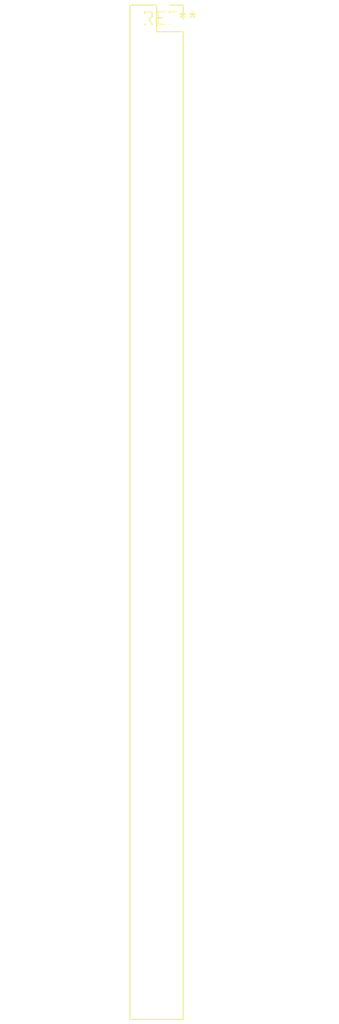
<source format=kicad_pcb>
(kicad_pcb (version 20240108) (generator pcbnew)
  (layers (0 "F.Cu" signal) (31 "B.Cu" signal) (34 "B.Paste" user) (35 "F.Paste" user) (36 "B.SilkS" user "B.Silkscreen") (37 "F.SilkS" user "F.Silkscreen") (38 "B.Mask" user) (39 "F.Mask" user) (44 "Edge.Cuts" user))
  (net 0 "")
  (footprint "PinSocket_2x39_P2.54mm_Vertical" (layer "F.Cu") (at 0 0)
    (property "Reference" "REF**")
    (property "Value" "PinSocket_2x39_P2.54mm_Vertical")
    (fp_line (start -3.87 -1.33) (end -3.87 97.85) (layer "F.SilkS") (stroke (width 0.12)))
    (fp_line (start -3.87 -1.33) (end -1.27 -1.33) (layer "F.SilkS") (stroke (width 0.12)))
    (fp_line (start -3.87 97.85) (end 1.33 97.85) (layer "F.SilkS") (stroke (width 0.12)))
    (fp_line (start -1.27 -1.33) (end -1.27 1.27) (layer "F.SilkS") (stroke (width 0.12)))
    (fp_line (start -1.27 1.27) (end 1.33 1.27) (layer "F.SilkS") (stroke (width 0.12)))
    (fp_line (start 0 -1.33) (end 1.33 -1.33) (layer "F.SilkS") (stroke (width 0.12)))
    (fp_line (start 1.33 -1.33) (end 1.33 0) (layer "F.SilkS") (stroke (width 0.12)))
    (fp_line (start 1.33 1.27) (end 1.33 97.85) (layer "F.SilkS") (stroke (width 0.12)))
    (pad "1" thru_hole rect (at 0 0) (size 1.7 1.7) (drill 1) (layers *.Cu *.Mask) (remove_unused_layers))
    (pad "2" thru_hole oval (at -2.54 0) (size 1.7 1.7) (drill 1) (layers *.Cu *.Mask) (remove_unused_layers))
    (pad "3" thru_hole oval (at 0 2.54) (size 1.7 1.7) (drill 1) (layers *.Cu *.Mask) (remove_unused_layers))
    (pad "4" thru_hole oval (at -2.54 2.54) (size 1.7 1.7) (drill 1) (layers *.Cu *.Mask) (remove_unused_layers))
    (pad "5" thru_hole oval (at 0 5.08) (size 1.7 1.7) (drill 1) (layers *.Cu *.Mask) (remove_unused_layers))
    (pad "6" thru_hole oval (at -2.54 5.08) (size 1.7 1.7) (drill 1) (layers *.Cu *.Mask) (remove_unused_layers))
    (pad "7" thru_hole oval (at 0 7.62) (size 1.7 1.7) (drill 1) (layers *.Cu *.Mask) (remove_unused_layers))
    (pad "8" thru_hole oval (at -2.54 7.62) (size 1.7 1.7) (drill 1) (layers *.Cu *.Mask) (remove_unused_layers))
    (pad "9" thru_hole oval (at 0 10.16) (size 1.7 1.7) (drill 1) (layers *.Cu *.Mask) (remove_unused_layers))
    (pad "10" thru_hole oval (at -2.54 10.16) (size 1.7 1.7) (drill 1) (layers *.Cu *.Mask) (remove_unused_layers))
    (pad "11" thru_hole oval (at 0 12.7) (size 1.7 1.7) (drill 1) (layers *.Cu *.Mask) (remove_unused_layers))
    (pad "12" thru_hole oval (at -2.54 12.7) (size 1.7 1.7) (drill 1) (layers *.Cu *.Mask) (remove_unused_layers))
    (pad "13" thru_hole oval (at 0 15.24) (size 1.7 1.7) (drill 1) (layers *.Cu *.Mask) (remove_unused_layers))
    (pad "14" thru_hole oval (at -2.54 15.24) (size 1.7 1.7) (drill 1) (layers *.Cu *.Mask) (remove_unused_layers))
    (pad "15" thru_hole oval (at 0 17.78) (size 1.7 1.7) (drill 1) (layers *.Cu *.Mask) (remove_unused_layers))
    (pad "16" thru_hole oval (at -2.54 17.78) (size 1.7 1.7) (drill 1) (layers *.Cu *.Mask) (remove_unused_layers))
    (pad "17" thru_hole oval (at 0 20.32) (size 1.7 1.7) (drill 1) (layers *.Cu *.Mask) (remove_unused_layers))
    (pad "18" thru_hole oval (at -2.54 20.32) (size 1.7 1.7) (drill 1) (layers *.Cu *.Mask) (remove_unused_layers))
    (pad "19" thru_hole oval (at 0 22.86) (size 1.7 1.7) (drill 1) (layers *.Cu *.Mask) (remove_unused_layers))
    (pad "20" thru_hole oval (at -2.54 22.86) (size 1.7 1.7) (drill 1) (layers *.Cu *.Mask) (remove_unused_layers))
    (pad "21" thru_hole oval (at 0 25.4) (size 1.7 1.7) (drill 1) (layers *.Cu *.Mask) (remove_unused_layers))
    (pad "22" thru_hole oval (at -2.54 25.4) (size 1.7 1.7) (drill 1) (layers *.Cu *.Mask) (remove_unused_layers))
    (pad "23" thru_hole oval (at 0 27.94) (size 1.7 1.7) (drill 1) (layers *.Cu *.Mask) (remove_unused_layers))
    (pad "24" thru_hole oval (at -2.54 27.94) (size 1.7 1.7) (drill 1) (layers *.Cu *.Mask) (remove_unused_layers))
    (pad "25" thru_hole oval (at 0 30.48) (size 1.7 1.7) (drill 1) (layers *.Cu *.Mask) (remove_unused_layers))
    (pad "26" thru_hole oval (at -2.54 30.48) (size 1.7 1.7) (drill 1) (layers *.Cu *.Mask) (remove_unused_layers))
    (pad "27" thru_hole oval (at 0 33.02) (size 1.7 1.7) (drill 1) (layers *.Cu *.Mask) (remove_unused_layers))
    (pad "28" thru_hole oval (at -2.54 33.02) (size 1.7 1.7) (drill 1) (layers *.Cu *.Mask) (remove_unused_layers))
    (pad "29" thru_hole oval (at 0 35.56) (size 1.7 1.7) (drill 1) (layers *.Cu *.Mask) (remove_unused_layers))
    (pad "30" thru_hole oval (at -2.54 35.56) (size 1.7 1.7) (drill 1) (layers *.Cu *.Mask) (remove_unused_layers))
    (pad "31" thru_hole oval (at 0 38.1) (size 1.7 1.7) (drill 1) (layers *.Cu *.Mask) (remove_unused_layers))
    (pad "32" thru_hole oval (at -2.54 38.1) (size 1.7 1.7) (drill 1) (layers *.Cu *.Mask) (remove_unused_layers))
    (pad "33" thru_hole oval (at 0 40.64) (size 1.7 1.7) (drill 1) (layers *.Cu *.Mask) (remove_unused_layers))
    (pad "34" thru_hole oval (at -2.54 40.64) (size 1.7 1.7) (drill 1) (layers *.Cu *.Mask) (remove_unused_layers))
    (pad "35" thru_hole oval (at 0 43.18) (size 1.7 1.7) (drill 1) (layers *.Cu *.Mask) (remove_unused_layers))
    (pad "36" thru_hole oval (at -2.54 43.18) (size 1.7 1.7) (drill 1) (layers *.Cu *.Mask) (remove_unused_layers))
    (pad "37" thru_hole oval (at 0 45.72) (size 1.7 1.7) (drill 1) (layers *.Cu *.Mask) (remove_unused_layers))
    (pad "38" thru_hole oval (at -2.54 45.72) (size 1.7 1.7) (drill 1) (layers *.Cu *.Mask) (remove_unused_layers))
    (pad "39" thru_hole oval (at 0 48.26) (size 1.7 1.7) (drill 1) (layers *.Cu *.Mask) (remove_unused_layers))
    (pad "40" thru_hole oval (at -2.54 48.26) (size 1.7 1.7) (drill 1) (layers *.Cu *.Mask) (remove_unused_layers))
    (pad "41" thru_hole oval (at 0 50.8) (size 1.7 1.7) (drill 1) (layers *.Cu *.Mask) (remove_unused_layers))
    (pad "42" thru_hole oval (at -2.54 50.8) (size 1.7 1.7) (drill 1) (layers *.Cu *.Mask) (remove_unused_layers))
    (pad "43" thru_hole oval (at 0 53.34) (size 1.7 1.7) (drill 1) (layers *.Cu *.Mask) (remove_unused_layers))
    (pad "44" thru_hole oval (at -2.54 53.34) (size 1.7 1.7) (drill 1) (layers *.Cu *.Mask) (remove_unused_layers))
    (pad "45" thru_hole oval (at 0 55.88) (size 1.7 1.7) (drill 1) (layers *.Cu *.Mask) (remove_unused_layers))
    (pad "46" thru_hole oval (at -2.54 55.88) (size 1.7 1.7) (drill 1) (layers *.Cu *.Mask) (remove_unused_layers))
    (pad "47" thru_hole oval (at 0 58.42) (size 1.7 1.7) (drill 1) (layers *.Cu *.Mask) (remove_unused_layers))
    (pad "48" thru_hole oval (at -2.54 58.42) (size 1.7 1.7) (drill 1) (layers *.Cu *.Mask) (remove_unused_layers))
    (pad "49" thru_hole oval (at 0 60.96) (size 1.7 1.7) (drill 1) (layers *.Cu *.Mask) (remove_unused_layers))
    (pad "50" thru_hole oval (at -2.54 60.96) (size 1.7 1.7) (drill 1) (layers *.Cu *.Mask) (remove_unused_layers))
    (pad "51" thru_hole oval (at 0 63.5) (size 1.7 1.7) (drill 1) (layers *.Cu *.Mask) (remove_unused_layers))
    (pad "52" thru_hole oval (at -2.54 63.5) (size 1.7 1.7) (drill 1) (layers *.Cu *.Mask) (remove_unused_layers))
    (pad "53" thru_hole oval (at 0 66.04) (size 1.7 1.7) (drill 1) (layers *.Cu *.Mask) (remove_unused_layers))
    (pad "54" thru_hole oval (at -2.54 66.04) (size 1.7 1.7) (drill 1) (layers *.Cu *.Mask) (remove_unused_layers))
    (pad "55" thru_hole oval (at 0 68.58) (size 1.7 1.7) (drill 1) (layers *.Cu *.Mask) (remove_unused_layers))
    (pad "56" thru_hole oval (at -2.54 68.58) (size 1.7 1.7) (drill 1) (layers *.Cu *.Mask) (remove_unused_layers))
    (pad "57" thru_hole oval (at 0 71.12) (size 1.7 1.7) (drill 1) (layers *.Cu *.Mask) (remove_unused_layers))
    (pad "58" thru_hole oval (at -2.54 71.12) (size 1.7 1.7) (drill 1) (layers *.Cu *.Mask) (remove_unused_layers))
    (pad "59" thru_hole oval (at 0 73.66) (size 1.7 1.7) (drill 1) (layers *.Cu *.Mask) (remove_unused_layers))
    (pad "60" thru_hole oval (at -2.54 73.66) (size 1.7 1.7) (drill 1) (layers *.Cu *.Mask) (remove_unused_layers))
    (pad "61" thru_hole oval (at 0 76.2) (size 1.7 1.7) (drill 1) (layers *.Cu *.Mask) (remove_unused_layers))
    (pad "62" thru_hole oval (at -2.54 76.2) (size 1.7 1.7) (drill 1) (layers *.Cu *.Mask) (remove_unused_layers))
    (pad "63" thru_hole oval (at 0 78.74) (size 1.7 1.7) (drill 1) (layers *.Cu *.Mask) (remove_unused_layers))
    (pad "64" thru_hole oval (at -2.54 78.74) (size 1.7 1.7) (drill 1) (layers *.Cu *.Mask) (remove_unused_layers))
    (pad "65" thru_hole oval (at 0 81.28) (size 1.7 1.7) (drill 1) (layers *.Cu *.Mask) (remove_unused_layers))
    (pad "66" thru_hole oval (at -2.54 81.28) (size 1.7 1.7) (drill 1) (layers *.Cu *.Mask) (remove_unused_layers))
    (pad "67" thru_hole oval (at 0 83.82) (size 1.7 1.7) (drill 1) (layers *.Cu *.Mask) (remove_unused_layers))
    (pad "68" thru_hole oval (at -2.54 83.82) (size 1.7 1.7) (drill 1) (layers *.Cu *.Mask) (remove_unused_layers))
    (pad "69" thru_hole oval (at 0 86.36) (size 1.7 1.7) (drill 1) (layers *.Cu *.Mask) (remove_unused_layers))
    (pad "70" thru_hole oval (at -2.54 86.36) (size 1.7 1.7) (drill 1) (layers *.Cu *.Mask) (remove_unused_layers))
    (pad "71" thru_hole oval (at 0 88.9) (size 1.7 1.7) (drill 1) (layers *.Cu *.Mask) (remove_unused_layers))
    (pad "72" thru_hole oval (at -2.54 88.9) (size 1.7 1.7) (drill 1) (layers *.Cu *.Mask) (remove_unused_layers))
    (pad "73" thru_hole oval (at 0 91.44) (size 1.7 1.7) (drill 1) (layers *.Cu *.Mask) (remove_unused_layers))
    (pad "74" thru_hole oval (at -2.54 91.44) (size 1.7 1.7) (drill 1) (layers *.Cu *.Mask) (remove_unused_layers))
    (pad "75" thru_hole oval (at 0 93.98) (size 1.7 1.7) (drill 1) (layers *.Cu *.Mask) (remove_unused_layers))
    (pad "76" thru_hole oval (at -2.54 93.98) (size 1.7 1.7) (drill 1) (layers *.Cu *.Mask) (remove_unused_layers))
    (pad "77" thru_hole oval (at 0 96.52) (size 1.7 1.7) (drill 1) (layers *.Cu *.Mask) (remove_unused_layers))
    (pad "78" thru_hole oval (at -2.54 96.52) (size 1.7 1.7) (drill 1) (layers *.Cu *.Mask) (remove_unused_layers))
  )
)
</source>
